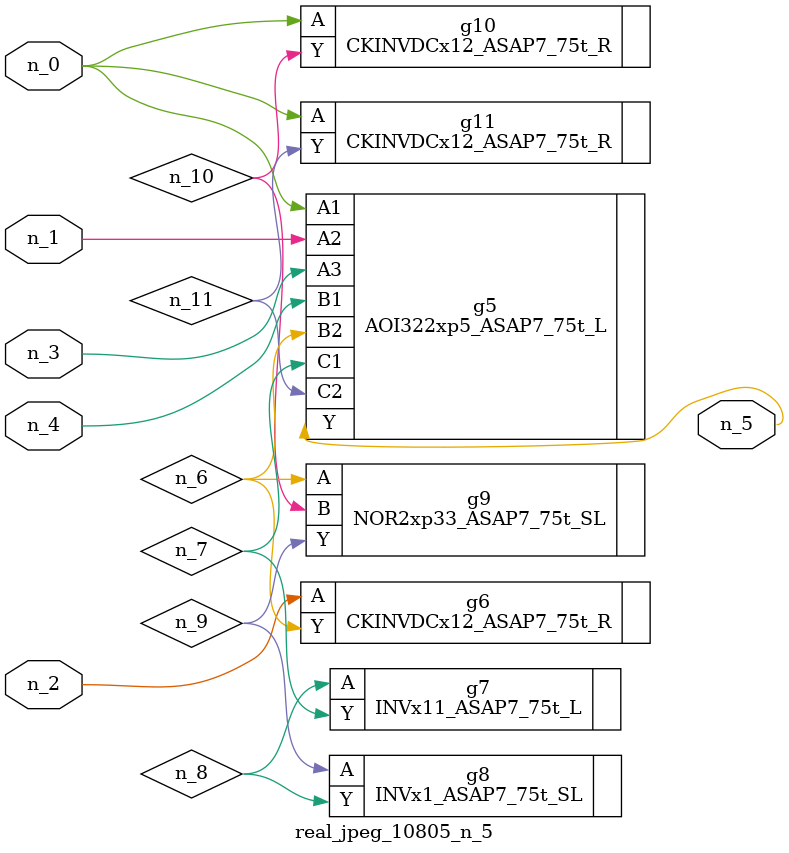
<source format=v>
module real_jpeg_10805_n_5 (n_4, n_0, n_1, n_2, n_3, n_5);

input n_4;
input n_0;
input n_1;
input n_2;
input n_3;

output n_5;

wire n_8;
wire n_11;
wire n_6;
wire n_7;
wire n_10;
wire n_9;

AOI322xp5_ASAP7_75t_L g5 ( 
.A1(n_0),
.A2(n_1),
.A3(n_3),
.B1(n_4),
.B2(n_6),
.C1(n_7),
.C2(n_11),
.Y(n_5)
);

CKINVDCx12_ASAP7_75t_R g10 ( 
.A(n_0),
.Y(n_10)
);

CKINVDCx12_ASAP7_75t_R g11 ( 
.A(n_0),
.Y(n_11)
);

CKINVDCx12_ASAP7_75t_R g6 ( 
.A(n_2),
.Y(n_6)
);

NOR2xp33_ASAP7_75t_SL g9 ( 
.A(n_6),
.B(n_10),
.Y(n_9)
);

INVx11_ASAP7_75t_L g7 ( 
.A(n_8),
.Y(n_7)
);

INVx1_ASAP7_75t_SL g8 ( 
.A(n_9),
.Y(n_8)
);


endmodule
</source>
